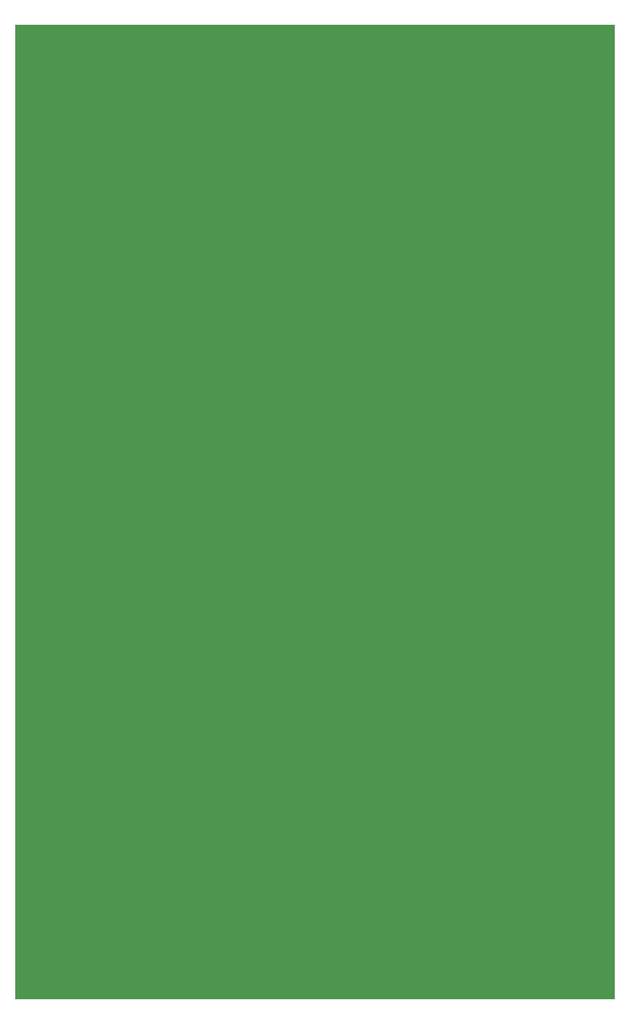
<source format=gbr>
G04 ===== Begin FILE IDENTIFICATION =====*
G04 File Format:  Gerber RS274X*
G04 ===== End FILE IDENTIFICATION =====*
%FSLAX24Y24*%
%MOIN*%
%SFA1.0000B1.0000*%
%OFA0.0B0.0*%
%ADD14R,3.149606X5.118110*%
%LNcond*%
%IPPOS*%
%LPD*%
G75*
D14*
X12598Y0D03*
M02*


</source>
